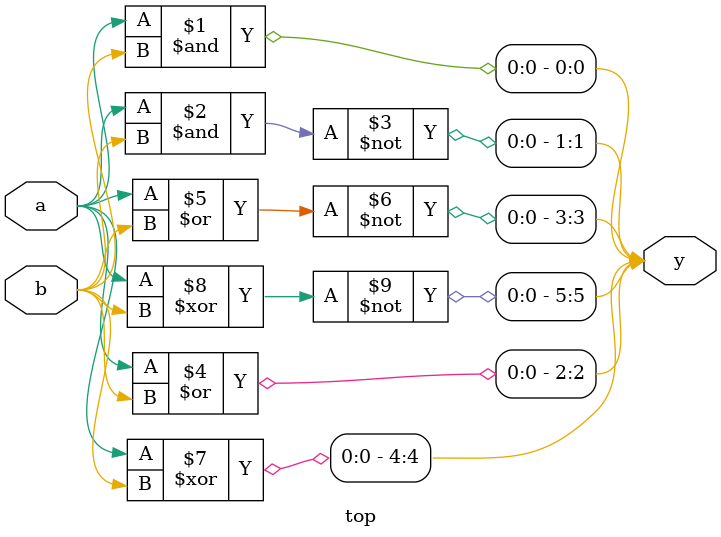
<source format=v>
module top(input a, b, output [5:0] y);
and (y[0], a, b);
nand (y[1], a, b);
or (y[2], a, b);
nor (y[3], a, b);
xor (y[4], a, b);
xnor (y[5], a, b);
endmodule

</source>
